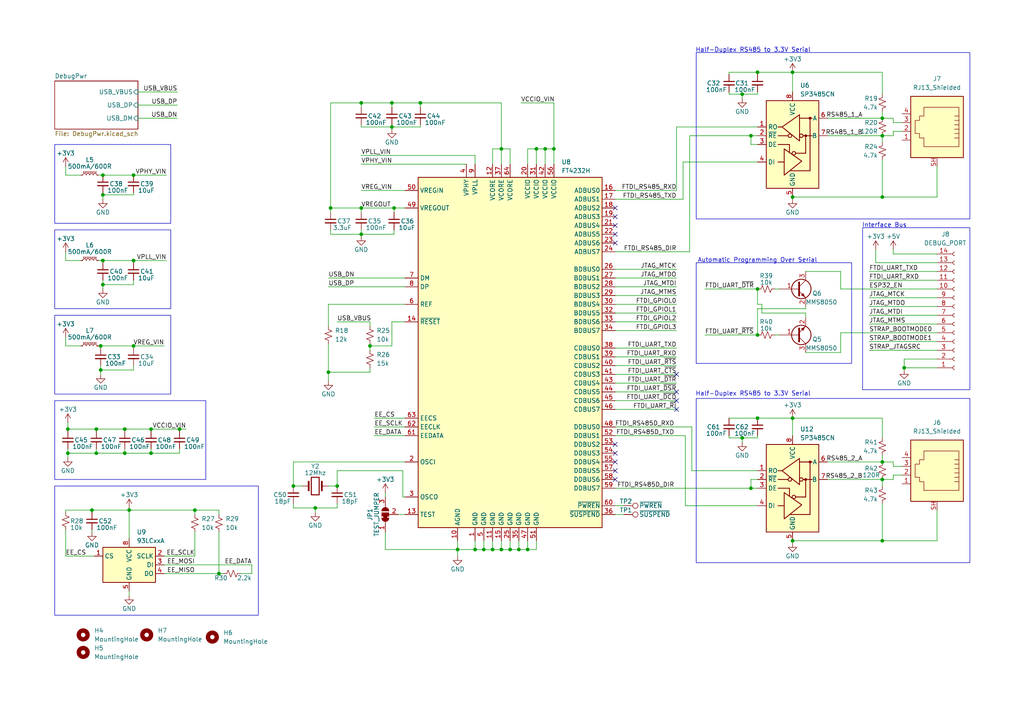
<source format=kicad_sch>
(kicad_sch (version 20250114) (generator "eeschema") (generator_version "9.0")
  (paper "A4")
  (title_block (title "HuffAndPuff") (rev "A1") (company "DanWave Design LLC.") (comment 1 "In Collaboration with MIF") (comment 2 "Design by: Daniel J Manla") (comment 3 "Open Source Hardware"))
  (lib_symbols
    (symbol "+3V3_1" (power) (pin_numbers (hide yes)) (pin_names (offset 0) (hide yes))
      (property "Value" "+3V3" (at 0 3.556 0))
      (symbol "+3V3_1_1_1"
        (pin power_in line (at 0 0 90) (length 0) (name "~") (number "1"))
      )
    )
    (symbol "Connector:Conn_01x14_Socket" (pin_names (offset 1.016) (hide yes))
      (property "Reference" "J" (at 0 17.78 0))
      (property "Value" "Conn_01x14_Socket" (at 0 -20.32 0))
      (symbol "Conn_01x14_Socket_1_1"
        (pin passive line (at -5.08 15.24 0) (length 3.81) (name "Pin_1") (number "1"))
        (pin passive line (at -5.08 12.7 0) (length 3.81) (name "Pin_2") (number "2"))
        (pin passive line (at -5.08 10.16 0) (length 3.81) (name "Pin_3") (number "3"))
        (pin passive line (at -5.08 7.62 0) (length 3.81) (name "Pin_4") (number "4"))
        (pin passive line (at -5.08 5.08 0) (length 3.81) (name "Pin_5") (number "5"))
        (pin passive line (at -5.08 2.54 0) (length 3.81) (name "Pin_6") (number "6"))
        (pin passive line (at -5.08 0 0) (length 3.81) (name "Pin_7") (number "7"))
        (pin passive line (at -5.08 -2.54 0) (length 3.81) (name "Pin_8") (number "8"))
        (pin passive line (at -5.08 -5.08 0) (length 3.81) (name "Pin_9") (number "9"))
        (pin passive line (at -5.08 -7.62 0) (length 3.81) (name "Pin_10") (number "10"))
        (pin passive line (at -5.08 -10.16 0) (length 3.81) (name "Pin_11") (number "11"))
        (pin passive line (at -5.08 -12.7 0) (length 3.81) (name "Pin_12") (number "12"))
        (pin passive line (at -5.08 -15.24 0) (length 3.81) (name "Pin_13") (number "13"))
        (pin passive line (at -5.08 -17.78 0) (length 3.81) (name "Pin_14") (number "14"))
      )
    )
    (symbol "Connector:RJ13_Shielded" (pin_names (offset 1.016))
      (property "Reference" "J" (at -5.08 11.43 0))
      (property "Value" "RJ13_Shielded" (at 2.54 11.43 0))
      (symbol "RJ13_Shielded_1_1"
        (pin passive line (at 0 -10.16 90) (length 2.54) (name "~") (number "SH"))
        (pin passive line (at 10.16 5.08 180) (length 2.54) (name "~") (number "4"))
        (pin passive line (at 10.16 2.54 180) (length 2.54) (name "~") (number "3"))
        (pin passive line (at 10.16 0 180) (length 2.54) (name "~") (number "2"))
        (pin passive line (at 10.16 -2.54 180) (length 2.54) (name "~") (number "1"))
      )
    )
    (symbol "Connector:TestPoint" (pin_numbers (hide yes)) (pin_names (offset 0.762) (hide yes))
      (property "Reference" "TP" (at 0 6.858 0))
      (property "Value" "TestPoint" (at 0 5.08 0))
      (symbol "TestPoint_1_1"
        (pin passive line (at 0 0 90) (length 2.54) (name "1") (number "1"))
      )
    )
    (symbol "Device:C_Small" (pin_numbers (hide yes)) (pin_names (offset 0.254) (hide yes))
      (property "Reference" "C" (at 0.254 1.778 0))
      (property "Value" "C_Small" (at 0.254 -2.032 0))
      (symbol "C_Small_1_1"
        (pin passive line (at 0 2.54 270) (length 2.032) (name "~") (number "1"))
        (pin passive line (at 0 -2.54 90) (length 2.032) (name "~") (number "2"))
      )
    )
    (symbol "Device:Crystal" (pin_numbers (hide yes)) (pin_names (offset 1.016) (hide yes))
      (property "Reference" "Y" (at 0 3.81 0))
      (property "Value" "Crystal" (at 0 -3.81 0))
      (symbol "Crystal_1_1"
        (pin passive line (at -3.81 0 0) (length 1.27) (name "1") (number "1"))
        (pin passive line (at 3.81 0 180) (length 1.27) (name "2") (number "2"))
      )
    )
    (symbol "Device:L_Ferrite_Small" (pin_numbers (hide yes)) (pin_names (offset 0.254) (hide yes))
      (property "Reference" "L" (at 1.27 1.016 0))
      (property "Value" "L_Ferrite_Small" (at 1.27 -1.27 0))
      (symbol "L_Ferrite_Small_1_1"
        (pin passive line (at 0 2.54 270) (length 0.508) (name "~") (number "1"))
        (pin passive line (at 0 -2.54 90) (length 0.508) (name "~") (number "2"))
      )
    )
    (symbol "Device:Q_NPN_BEC" (pin_names (offset 0) (hide yes))
      (property "Reference" "Q" (at 5.08 1.27 0))
      (property "Value" "Q_NPN_BEC" (at 5.08 -1.27 0))
      (symbol "Q_NPN_BEC_1_1"
        (pin input line (at -5.08 0 0) (length 5.715) (name "B") (number "1"))
        (pin passive line (at 2.54 5.08 270) (length 2.54) (name "C") (number "3"))
        (pin passive line (at 2.54 -5.08 90) (length 2.54) (name "E") (number "2"))
      )
    )
    (symbol "Device:R_Small_US" (pin_numbers (hide yes)) (pin_names (offset 0.254) (hide yes))
      (property "Reference" "R" (at 0.762 0.508 0))
      (property "Value" "R_Small_US" (at 0.762 -1.016 0))
      (symbol "R_Small_US_1_1"
        (pin passive line (at 0 2.54 270) (length 1.016) (name "~") (number "1"))
        (pin passive line (at 0 -2.54 90) (length 1.016) (name "~") (number "2"))
      )
    )
    (symbol "Interface_UART:SP3485CN"
      (property "Reference" "U" (at -7.62 13.97 0))
      (property "Value" "SP3485CN" (at 1.905 13.97 0))
      (symbol "SP3485CN_1_1"
        (pin output line (at -10.16 5.08 0) (length 2.54) (name "RO") (number "1"))
        (pin input line (at -10.16 2.54 0) (length 2.54) (name "~{RE}") (number "2"))
        (pin input line (at -10.16 0 0) (length 2.54) (name "DE") (number "3"))
        (pin input line (at -10.16 -5.08 0) (length 2.54) (name "DI") (number "4"))
        (pin power_in line (at 0 15.24 270) (length 2.54) (name "VCC") (number "8"))
        (pin power_in line (at 0 -15.24 90) (length 2.54) (name "GND") (number "5"))
        (pin bidirectional line (at 10.16 7.62 180) (length 2.54) (name "A") (number "6"))
        (pin bidirectional line (at 10.16 2.54 180) (length 2.54) (name "B") (number "7"))
      )
    )
    (symbol "Interface_USB:FT4232H"
      (property "Reference" "U" (at -26.67 53.34 0))
      (property "Value" "FT4232H" (at 19.05 53.34 0))
      (symbol "FT4232H_1_1"
        (pin power_in line (at -30.48 48.26 0) (length 3.81) (name "VREGIN") (number "50"))
        (pin power_out line (at -30.48 43.18 0) (length 3.81) (name "VREGOUT") (number "49"))
        (pin bidirectional line (at -30.48 22.86 0) (length 3.81) (name "DM") (number "7"))
        (pin bidirectional line (at -30.48 20.32 0) (length 3.81) (name "DP") (number "8"))
        (pin input line (at -30.48 15.24 0) (length 3.81) (name "REF") (number "6"))
        (pin input line (at -30.48 10.16 0) (length 3.81) (name "~{RESET}") (number "14"))
        (pin output line (at -30.48 -17.78 0) (length 3.81) (name "EECS") (number "63"))
        (pin output line (at -30.48 -20.32 0) (length 3.81) (name "EECLK") (number "62"))
        (pin bidirectional line (at -30.48 -22.86 0) (length 3.81) (name "EEDATA") (number "61"))
        (pin input line (at -30.48 -30.48 0) (length 3.81) (name "OSCI") (number "2"))
        (pin output line (at -30.48 -40.64 0) (length 3.81) (name "OSCO") (number "3"))
        (pin input line (at -30.48 -45.72 0) (length 3.81) (name "TEST") (number "13"))
        (pin power_in line (at -15.24 -53.34 90) (length 3.81) (name "AGND") (number "10"))
        (pin power_in line (at -12.7 55.88 270) (length 3.81) (name "VPHY") (number "4"))
        (pin power_in line (at -10.16 55.88 270) (length 3.81) (name "VPLL") (number "9"))
        (pin power_in line (at -10.16 -53.34 90) (length 3.81) (name "GND") (number "1"))
        (pin power_in line (at -7.62 -53.34 90) (length 3.81) (name "GND") (number "5"))
        (pin power_in line (at -5.08 55.88 270) (length 3.81) (name "VCORE") (number "12"))
        (pin power_in line (at -5.08 -53.34 90) (length 3.81) (name "GND") (number "11"))
        (pin power_in line (at -2.54 55.88 270) (length 3.81) (name "VCORE") (number "37"))
        (pin power_in line (at -2.54 -53.34 90) (length 3.81) (name "GND") (number "15"))
        (pin power_in line (at 0 55.88 270) (length 3.81) (name "VCORE") (number "64"))
        (pin power_in line (at 0 -53.34 90) (length 3.81) (name "GND") (number "25"))
        (pin power_in line (at 2.54 -53.34 90) (length 3.81) (name "GND") (number "35"))
        (pin power_in line (at 5.08 55.88 270) (length 3.81) (name "VCCIO") (number "20"))
        (pin power_in line (at 5.08 -53.34 90) (length 3.81) (name "GND") (number "47"))
        (pin power_in line (at 7.62 55.88 270) (length 3.81) (name "VCCIO") (number "31"))
        (pin power_in line (at 7.62 -53.34 90) (length 3.81) (name "GND") (number "51"))
        (pin power_in line (at 10.16 55.88 270) (length 3.81) (name "VCCIO") (number "42"))
        (pin power_in line (at 12.7 55.88 270) (length 3.81) (name "VCCIO") (number "56"))
        (pin bidirectional line (at 30.48 48.26 180) (length 3.81) (name "ADBUS0") (number "16"))
        (pin bidirectional line (at 30.48 45.72 180) (length 3.81) (name "ADBUS1") (number "17"))
        (pin bidirectional line (at 30.48 43.18 180) (length 3.81) (name "ADBUS2") (number "18"))
        (pin bidirectional line (at 30.48 40.64 180) (length 3.81) (name "ADBUS3") (number "19"))
        (pin bidirectional line (at 30.48 38.1 180) (length 3.81) (name "ADBUS4") (number "21"))
        (pin bidirectional line (at 30.48 35.56 180) (length 3.81) (name "ADBUS5") (number "22"))
        (pin bidirectional line (at 30.48 33.02 180) (length 3.81) (name "ADBUS6") (number "23"))
        (pin bidirectional line (at 30.48 30.48 180) (length 3.81) (name "ADBUS7") (number "24"))
        (pin bidirectional line (at 30.48 25.4 180) (length 3.81) (name "BDBUS0") (number "26"))
        (pin bidirectional line (at 30.48 22.86 180) (length 3.81) (name "BDBUS1") (number "27"))
        (pin bidirectional line (at 30.48 20.32 180) (length 3.81) (name "BDBUS2") (number "28"))
        (pin bidirectional line (at 30.48 17.78 180) (length 3.81) (name "BDBUS3") (number "29"))
        (pin bidirectional line (at 30.48 15.24 180) (length 3.81) (name "BDBUS4") (number "30"))
        (pin bidirectional line (at 30.48 12.7 180) (length 3.81) (name "BDBUS5") (number "32"))
        (pin bidirectional line (at 30.48 10.16 180) (length 3.81) (name "BDBUS6") (number "33"))
        (pin bidirectional line (at 30.48 7.62 180) (length 3.81) (name "BDBUS7") (number "34"))
        (pin bidirectional line (at 30.48 2.54 180) (length 3.81) (name "CDBUS0") (number "38"))
        (pin bidirectional line (at 30.48 0 180) (length 3.81) (name "CDBUS1") (number "39"))
        (pin bidirectional line (at 30.48 -2.54 180) (length 3.81) (name "CDBUS2") (number "40"))
        (pin bidirectional line (at 30.48 -5.08 180) (length 3.81) (name "CDBUS3") (number "41"))
        (pin bidirectional line (at 30.48 -7.62 180) (length 3.81) (name "CDBUS4") (number "43"))
        (pin bidirectional line (at 30.48 -10.16 180) (length 3.81) (name "CDBUS5") (number "44"))
        (pin bidirectional line (at 30.48 -12.7 180) (length 3.81) (name "CDBUS6") (number "45"))
        (pin bidirectional line (at 30.48 -15.24 180) (length 3.81) (name "CDBUS7") (number "46"))
        (pin bidirectional line (at 30.48 -20.32 180) (length 3.81) (name "DDBUS0") (number "48"))
        (pin bidirectional line (at 30.48 -22.86 180) (length 3.81) (name "DDBUS1") (number "52"))
        (pin bidirectional line (at 30.48 -25.4 180) (length 3.81) (name "DDBUS2") (number "53"))
        (pin bidirectional line (at 30.48 -27.94 180) (length 3.81) (name "DDBUS3") (number "54"))
        (pin bidirectional line (at 30.48 -30.48 180) (length 3.81) (name "DDBUS4") (number "55"))
        (pin bidirectional line (at 30.48 -33.02 180) (length 3.81) (name "DDBUS5") (number "57"))
        (pin bidirectional line (at 30.48 -35.56 180) (length 3.81) (name "DDBUS6") (number "58"))
        (pin bidirectional line (at 30.48 -38.1 180) (length 3.81) (name "DDBUS7") (number "59"))
        (pin output line (at 30.48 -43.18 180) (length 3.81) (name "~{PWREN}") (number "60"))
        (pin output line (at 30.48 -45.72 180) (length 3.81) (name "~{SUSPEND}") (number "36"))
      )
    )
    (symbol "Jumper:SolderJumper_3_Bridged12" (pin_names (offset 0) (hide yes)) (exclude_from_sim yes) (in_bom no)
      (property "Reference" "JP" (at -2.54 -2.54 0))
      (property "Value" "SolderJumper_3_Bridged12" (at 0 2.794 0))
      (symbol "SolderJumper_3_Bridged12_1_1"
        (pin passive line (at -5.08 0 0) (length 2.54) (name "A") (number "1"))
        (pin passive line (at 0 -3.81 90) (length 2.54) (name "C") (number "2"))
        (pin passive line (at 5.08 0 180) (length 2.54) (name "B") (number "3"))
      )
    )
    (symbol "Mechanical:MountingHole" (pin_names (offset 1.016)) (exclude_from_sim yes) (in_bom no)
      (property "Reference" "H" (at 0 5.08 0))
      (property "Value" "MountingHole" (at 0 3.175 0))
    )
    (symbol "Memory_EEPROM:93LCxxA"
      (property "Reference" "U" (at -7.62 6.35 0))
      (property "Value" "93LCxxA" (at 2.54 -6.35 0))
      (symbol "93LCxxA_1_1"
        (pin input line (at -10.16 2.54 0) (length 2.54) (name "CS") (number "1"))
        (pin no_connect line (at -7.62 0 0) (length 2.54) (hide yes) (name "NC") (number "6"))
        (pin no_connect line (at -7.62 -2.54 0) (length 2.54) (hide yes) (name "NC") (number "7"))
        (pin power_in line (at 0 7.62 270) (length 2.54) (name "VCC") (number "8"))
        (pin power_in line (at 0 -7.62 90) (length 2.54) (name "GND") (number "5"))
        (pin input line (at 10.16 2.54 180) (length 2.54) (name "SCLK") (number "2"))
        (pin input line (at 10.16 0 180) (length 2.54) (name "DI") (number "3"))
        (pin tri_state line (at 10.16 -2.54 180) (length 2.54) (name "DO") (number "4"))
      )
    )
    (symbol "power:+3.3V" (power) (pin_names (offset 0))
      (property "Value" "+3.3V" (at 0 3.556 0))
      (symbol "+3.3V_1_1"
        (pin power_in line (at 0 0 90) (length 0) (hide yes) (name "+3V3") (number "1"))
      )
    )
    (symbol "power:+3V3" (power) (pin_names (offset 0))
      (property "Value" "+3V3" (at 0 3.556 0))
      (symbol "+3V3_1_1"
        (pin power_in line (at 0 0 90) (length 0) (hide yes) (name "+3V3") (number "1"))
      )
    )
    (symbol "power:+5V" (power) (pin_numbers (hide yes)) (pin_names (offset 0) (hide yes))
      (property "Value" "+5V" (at 0 3.556 0))
      (symbol "+5V_1_1"
        (pin power_in line (at 0 0 90) (length 0) (name "~") (number "1"))
      )
    )
    (symbol "power:GND" (power) (pin_names (offset 0))
      (property "Value" "GND" (at 0 -3.81 0))
      (symbol "GND_1_1"
        (pin power_in line (at 0 0 270) (length 0) (hide yes) (name "GND") (number "1"))
      )
    )
  )
  (rectangle (start 201.93 76.2) (end 247.015 105.41))
  (rectangle (start 250.19 66.04) (end 281.305 113.03))
  (rectangle (start 15.875 140.97) (end 74.93 178.435))
  (rectangle (start 201.93 15.24) (end 281.305 63.5))
  (rectangle (start 15.875 91.44) (end 49.53 114.3))
  (rectangle (start 201.93 115.57) (end 281.305 163.195))
  (rectangle (start 15.875 116.205) (end 59.69 139.065))
  (rectangle (start 15.875 66.675) (end 49.53 89.535))
  (rectangle (start 15.875 41.91) (end 49.53 64.77))
  (text "Interface Bus" (at 256.54 65.405 0) (effects (font (size 1.27 1.27))))
  (text "Half-Duplex RS485 to 3.3V Serial" (at 218.44 114.3 0) (effects (font (size 1.27 1.27))))
  (text "Automatic Programming Over Serial" (at 219.71 75.565 0) (effects (font (size 1.27 1.27))))
  (text "Half-Duplex RS485 to 3.3V Serial" (at 218.44 14.605 0) (effects (font (size 1.27 1.27))))
  (junction (at 153.035 159.385))
  (junction (at 29.845 82.55))
  (junction (at 217.805 141.605))
  (junction (at 132.715 159.385))
  (junction (at 29.21 100.33))
  (junction (at 147.955 159.385))
  (junction (at 160.655 43.18))
  (junction (at 219.71 121.285))
  (junction (at 255.905 133.985))
  (junction (at 255.905 156.845))
  (junction (at 142.875 159.385))
  (junction (at 29.845 75.565))
  (junction (at 36.195 131.445))
  (junction (at 95.885 60.325))
  (junction (at 255.905 34.29))
  (junction (at 229.87 57.15))
  (junction (at 43.815 131.445))
  (junction (at 43.815 124.46))
  (junction (at 114.3 60.325))
  (junction (at 158.115 43.18))
  (junction (at 217.805 39.37))
  (junction (at 150.495 159.385))
  (junction (at 29.845 50.8))
  (junction (at 36.195 124.46))
  (junction (at 229.87 156.845))
  (junction (at 229.87 121.285))
  (junction (at 19.685 131.445))
  (junction (at 215.265 127))
  (junction (at 113.665 36.83))
  (junction (at 219.71 97.155))
  (junction (at 104.775 67.945))
  (junction (at 91.44 147.32))
  (junction (at 27.94 124.46))
  (junction (at 121.92 29.845))
  (junction (at 229.87 20.955))
  (junction (at 38.735 75.565))
  (junction (at 255.905 39.37))
  (junction (at 38.735 50.8))
  (junction (at 219.71 20.955))
  (junction (at 145.415 159.385))
  (junction (at 219.71 83.82))
  (junction (at 113.665 29.845))
  (junction (at 255.905 139.065))
  (junction (at 145.415 43.18))
  (junction (at 97.79 140.97))
  (junction (at 262.255 106.68))
  (junction (at 38.735 100.33))
  (junction (at 95.25 107.95))
  (junction (at 19.685 124.46))
  (junction (at 29.21 107.315))
  (junction (at 26.67 147.955))
  (junction (at 107.315 100.33))
  (junction (at 37.465 147.955))
  (junction (at 63.5 166.37))
  (junction (at 104.775 60.325))
  (junction (at 29.845 56.515))
  (junction (at 104.775 29.845))
  (junction (at 85.09 140.97))
  (junction (at 140.335 159.385))
  (junction (at 56.515 147.955))
  (junction (at 155.575 43.18))
  (junction (at 27.94 131.445))
  (junction (at 52.07 124.46))
  (junction (at 215.265 27.305))
  (junction (at 137.795 159.385))
  (junction (at 255.905 57.15))
  (no_connect (at 178.435 70.485))
  (no_connect (at 196.215 116.205))
  (no_connect (at 178.435 131.445))
  (no_connect (at 178.435 62.865))
  (no_connect (at 178.435 128.905))
  (no_connect (at 196.215 113.665))
  (no_connect (at 178.435 136.525))
  (no_connect (at 178.435 65.405))
  (no_connect (at 196.215 118.745))
  (no_connect (at 178.435 60.325))
  (no_connect (at 178.435 67.945))
  (no_connect (at 178.435 133.985))
  (no_connect (at 178.435 139.065))
  (no_connect (at 196.215 108.585))
  (wire (pts (xy 147.955 156.845) (xy 147.955 159.385)))
  (wire (pts (xy 233.68 90.805) (xy 220.98 90.805)))
  (wire (pts (xy 113.665 29.845) (xy 104.775 29.845)))
  (wire (pts (xy 262.255 106.68) (xy 271.78 106.68)))
  (wire (pts (xy 204.47 83.82) (xy 219.71 83.82)))
  (wire (pts (xy 178.435 100.965) (xy 196.215 100.965)))
  (wire (pts (xy 198.12 57.785) (xy 198.12 46.99)))
  (wire (pts (xy 95.885 60.325) (xy 95.885 61.595)))
  (wire (pts (xy 38.735 56.515) (xy 38.735 55.88)))
  (wire (pts (xy 47.625 166.37) (xy 63.5 166.37)))
  (wire (pts (xy 26.67 153.67) (xy 26.67 154.305)))
  (wire (pts (xy 38.735 100.33) (xy 38.735 100.965)))
  (wire (pts (xy 115.57 149.225) (xy 117.475 149.225)))
  (wire (pts (xy 240.03 34.29) (xy 255.905 34.29)))
  (wire (pts (xy 37.465 147.32) (xy 37.465 147.955)))
  (wire (pts (xy 178.435 80.645) (xy 196.215 80.645)))
  (wire (pts (xy 113.665 93.345) (xy 117.475 93.345)))
  (wire (pts (xy 198.755 146.685) (xy 219.71 146.685)))
  (wire (pts (xy 147.955 47.625) (xy 147.955 43.18)))
  (wire (pts (xy 259.08 139.065) (xy 259.08 137.795)))
  (wire (pts (xy 142.875 159.385) (xy 145.415 159.385)))
  (wire (pts (xy 108.585 123.825) (xy 117.475 123.825)))
  (wire (pts (xy 114.3 60.325) (xy 114.3 61.595)))
  (wire (pts (xy 121.92 29.845) (xy 121.92 31.115)))
  (wire (pts (xy 271.78 81.28) (xy 252.095 81.28)))
  (wire (pts (xy 233.68 102.235) (xy 243.84 102.235)))
  (wire (pts (xy 219.71 121.285) (xy 211.455 121.285)))
  (wire (pts (xy 198.755 126.365) (xy 198.755 146.685)))
  (wire (pts (xy 19.05 50.8) (xy 23.495 50.8)))
  (wire (pts (xy 95.25 107.95) (xy 107.315 107.95)))
  (wire (pts (xy 233.68 78.74) (xy 243.84 78.74)))
  (wire (pts (xy 47.625 161.29) (xy 56.515 161.29)))
  (wire (pts (xy 104.775 36.83) (xy 113.665 36.83)))
  (wire (pts (xy 142.875 156.845) (xy 142.875 159.385)))
  (wire (pts (xy 43.815 124.46) (xy 43.815 125.095)))
  (wire (pts (xy 215.265 127) (xy 215.265 128.27)))
  (wire (pts (xy 69.85 166.37) (xy 73.025 166.37)))
  (wire (pts (xy 200.025 73.025) (xy 200.025 39.37)))
  (wire (pts (xy 85.09 147.32) (xy 91.44 147.32)))
  (wire (pts (xy 217.805 41.91) (xy 217.805 39.37)))
  (wire (pts (xy 142.875 47.625) (xy 142.875 43.18)))
  (wire (pts (xy 29.845 82.55) (xy 29.845 83.82)))
  (wire (pts (xy 36.195 130.175) (xy 36.195 131.445)))
  (wire (pts (xy 211.455 127) (xy 211.455 126.365)))
  (wire (pts (xy 219.71 127) (xy 215.265 127)))
  (wire (pts (xy 255.905 156.845) (xy 271.78 156.845)))
  (wire (pts (xy 29.845 75.565) (xy 29.845 76.2)))
  (wire (pts (xy 219.71 126.365) (xy 219.71 127)))
  (wire (pts (xy 243.84 83.82) (xy 271.78 83.82)))
  (wire (pts (xy 219.71 26.67) (xy 219.71 27.305)))
  (wire (pts (xy 259.08 34.29) (xy 259.08 35.56)))
  (wire (pts (xy 56.515 147.955) (xy 56.515 149.225)))
  (wire (pts (xy 233.68 88.9) (xy 233.68 89.535)))
  (wire (pts (xy 198.12 46.99) (xy 219.71 46.99)))
  (wire (pts (xy 145.415 156.845) (xy 145.415 159.385)))
  (wire (pts (xy 19.05 97.79) (xy 19.05 100.33)))
  (wire (pts (xy 104.775 66.675) (xy 104.775 67.945)))
  (wire (pts (xy 255.905 146.05) (xy 255.905 156.845)))
  (wire (pts (xy 255.905 57.15) (xy 271.78 57.15)))
  (wire (pts (xy 215.265 27.305) (xy 211.455 27.305)))
  (wire (pts (xy 178.435 116.205) (xy 196.215 116.205)))
  (wire (pts (xy 229.87 20.955) (xy 255.905 20.955)))
  (wire (pts (xy 19.05 147.955) (xy 19.05 148.59)))
  (wire (pts (xy 229.87 121.285) (xy 219.71 121.285)))
  (wire (pts (xy 271.78 88.9) (xy 252.095 88.9)))
  (wire (pts (xy 145.415 159.385) (xy 147.955 159.385)))
  (wire (pts (xy 29.845 50.8) (xy 38.735 50.8)))
  (wire (pts (xy 219.71 89.535) (xy 233.68 89.535)))
  (wire (pts (xy 132.715 159.385) (xy 132.715 161.29)))
  (wire (pts (xy 271.78 86.36) (xy 252.095 86.36)))
  (wire (pts (xy 153.035 47.625) (xy 153.035 43.18)))
  (wire (pts (xy 37.465 147.955) (xy 56.515 147.955)))
  (wire (pts (xy 178.435 126.365) (xy 198.755 126.365)))
  (wire (pts (xy 52.07 124.46) (xy 53.975 124.46)))
  (wire (pts (xy 140.335 156.845) (xy 140.335 159.385)))
  (wire (pts (xy 56.515 154.305) (xy 56.515 161.29)))
  (wire (pts (xy 178.435 85.725) (xy 196.215 85.725)))
  (wire (pts (xy 233.68 92.075) (xy 233.68 90.805)))
  (wire (pts (xy 27.94 130.175) (xy 27.94 131.445)))
  (wire (pts (xy 29.21 107.315) (xy 29.21 108.585)))
  (wire (pts (xy 153.035 43.18) (xy 155.575 43.18)))
  (wire (pts (xy 200.66 136.525) (xy 219.71 136.525)))
  (wire (pts (xy 91.44 147.32) (xy 97.79 147.32)))
  (wire (pts (xy 63.5 166.37) (xy 63.5 154.305)))
  (wire (pts (xy 29.845 56.515) (xy 29.845 57.785)))
  (wire (pts (xy 255.905 133.985) (xy 240.03 133.985)))
  (wire (pts (xy 114.3 60.325) (xy 117.475 60.325)))
  (wire (pts (xy 121.92 36.83) (xy 121.92 36.195)))
  (wire (pts (xy 178.435 55.245) (xy 196.215 55.245)))
  (wire (pts (xy 155.575 43.18) (xy 155.575 47.625)))
  (wire (pts (xy 178.435 95.885) (xy 196.215 95.885)))
  (wire (pts (xy 38.735 75.565) (xy 48.26 75.565)))
  (wire (pts (xy 196.215 36.83) (xy 219.71 36.83)))
  (wire (pts (xy 28.575 50.8) (xy 29.845 50.8)))
  (wire (pts (xy 26.67 147.955) (xy 19.05 147.955)))
  (wire (pts (xy 178.435 103.505) (xy 196.215 103.505)))
  (wire (pts (xy 104.775 67.945) (xy 114.3 67.945)))
  (wire (pts (xy 229.87 20.955) (xy 229.87 26.67)))
  (wire (pts (xy 271.78 93.98) (xy 252.095 93.98)))
  (wire (pts (xy 200.66 123.825) (xy 200.66 136.525)))
  (wire (pts (xy 211.455 20.955) (xy 211.455 21.59)))
  (wire (pts (xy 178.435 141.605) (xy 217.805 141.605)))
  (wire (pts (xy 111.76 142.875) (xy 111.76 144.145)))
  (wire (pts (xy 271.78 78.74) (xy 252.095 78.74)))
  (wire (pts (xy 271.78 91.44) (xy 252.095 91.44)))
  (wire (pts (xy 104.775 36.195) (xy 104.775 36.83)))
  (wire (pts (xy 95.885 60.325) (xy 95.885 29.845)))
  (wire (pts (xy 104.775 29.845) (xy 104.775 31.115)))
  (wire (pts (xy 63.5 147.955) (xy 63.5 149.225)))
  (wire (pts (xy 153.035 156.845) (xy 153.035 159.385)))
  (wire (pts (xy 271.78 99.06) (xy 252.095 99.06)))
  (wire (pts (xy 52.07 131.445) (xy 52.07 130.175)))
  (wire (pts (xy 28.575 100.33) (xy 29.21 100.33)))
  (wire (pts (xy 97.79 140.97) (xy 97.79 136.525)))
  (wire (pts (xy 224.79 83.82) (xy 226.06 83.82)))
  (wire (pts (xy 117.475 88.265) (xy 95.25 88.265)))
  (wire (pts (xy 63.5 166.37) (xy 64.77 166.37)))
  (wire (pts (xy 19.05 100.33) (xy 23.495 100.33)))
  (wire (pts (xy 271.78 104.14) (xy 262.255 104.14)))
  (wire (pts (xy 116.84 144.145) (xy 116.84 136.525)))
  (wire (pts (xy 27.94 124.46) (xy 27.94 125.095)))
  (wire (pts (xy 178.435 111.125) (xy 196.215 111.125)))
  (wire (pts (xy 215.265 27.305) (xy 215.265 28.575)))
  (wire (pts (xy 271.78 57.15) (xy 271.78 48.26)))
  (wire (pts (xy 107.315 93.345) (xy 107.315 94.615)))
  (wire (pts (xy 19.05 153.67) (xy 19.05 161.29)))
  (wire (pts (xy 87.63 140.97) (xy 85.09 140.97)))
  (wire (pts (xy 29.21 100.33) (xy 29.21 100.965)))
  (wire (pts (xy 219.71 141.605) (xy 217.805 141.605)))
  (wire (pts (xy 104.775 47.625) (xy 135.255 47.625)))
  (wire (pts (xy 259.08 39.37) (xy 259.08 38.1)))
  (wire (pts (xy 255.905 46.355) (xy 255.905 57.15)))
  (wire (pts (xy 219.71 27.305) (xy 215.265 27.305)))
  (wire (pts (xy 262.255 106.68) (xy 262.255 107.315)))
  (wire (pts (xy 204.47 97.155) (xy 219.71 97.155)))
  (wire (pts (xy 224.79 97.155) (xy 226.06 97.155)))
  (wire (pts (xy 150.495 159.385) (xy 153.035 159.385)))
  (wire (pts (xy 158.115 47.625) (xy 158.115 43.18)))
  (wire (pts (xy 240.03 39.37) (xy 255.905 39.37)))
  (wire (pts (xy 220.98 88.265) (xy 220.98 90.805)))
  (wire (pts (xy 29.845 82.55) (xy 38.735 82.55)))
  (wire (pts (xy 217.805 141.605) (xy 217.805 139.065)))
  (wire (pts (xy 26.67 148.59) (xy 26.67 147.955)))
  (wire (pts (xy 259.08 133.985) (xy 259.08 135.255)))
  (wire (pts (xy 255.905 34.29) (xy 259.08 34.29)))
  (wire (pts (xy 37.465 147.955) (xy 37.465 156.21)))
  (wire (pts (xy 47.625 163.83) (xy 73.025 163.83)))
  (wire (pts (xy 160.655 47.625) (xy 160.655 43.18)))
  (wire (pts (xy 271.78 73.66) (xy 259.08 73.66)))
  (wire (pts (xy 155.575 43.18) (xy 158.115 43.18)))
  (wire (pts (xy 40.005 26.67) (xy 51.435 26.67)))
  (wire (pts (xy 255.905 121.285) (xy 255.905 127)))
  (wire (pts (xy 91.44 147.32) (xy 91.44 148.59)))
  (wire (pts (xy 108.585 126.365) (xy 117.475 126.365)))
  (wire (pts (xy 178.435 88.265) (xy 196.215 88.265)))
  (wire (pts (xy 121.92 29.845) (xy 113.665 29.845)))
  (wire (pts (xy 43.815 124.46) (xy 52.07 124.46)))
  (wire (pts (xy 95.25 83.185) (xy 117.475 83.185)))
  (wire (pts (xy 153.035 159.385) (xy 155.575 159.385)))
  (wire (pts (xy 97.79 93.345) (xy 107.315 93.345)))
  (wire (pts (xy 19.05 75.565) (xy 23.495 75.565)))
  (wire (pts (xy 107.315 100.33) (xy 113.665 100.33)))
  (wire (pts (xy 19.05 48.26) (xy 19.05 50.8)))
  (wire (pts (xy 255.905 156.845) (xy 229.87 156.845)))
  (wire (pts (xy 255.905 133.985) (xy 259.08 133.985)))
  (wire (pts (xy 107.315 99.695) (xy 107.315 100.33)))
  (wire (pts (xy 140.335 159.385) (xy 142.875 159.385)))
  (wire (pts (xy 145.415 43.18) (xy 145.415 47.625)))
  (wire (pts (xy 155.575 159.385) (xy 155.575 156.845)))
  (wire (pts (xy 29.21 106.045) (xy 29.21 107.315)))
  (wire (pts (xy 38.735 107.315) (xy 38.735 106.045)))
  (wire (pts (xy 73.025 163.83) (xy 73.025 166.37)))
  (wire (pts (xy 19.685 124.46) (xy 27.94 124.46)))
  (wire (pts (xy 255.905 139.065) (xy 240.03 139.065)))
  (wire (pts (xy 95.25 80.645) (xy 117.475 80.645)))
  (wire (pts (xy 178.435 123.825) (xy 200.66 123.825)))
  (wire (pts (xy 243.84 96.52) (xy 243.84 102.235)))
  (wire (pts (xy 200.025 39.37) (xy 217.805 39.37)))
  (wire (pts (xy 255.905 20.955) (xy 255.905 27.305)))
  (wire (pts (xy 178.435 90.805) (xy 196.215 90.805)))
  (wire (pts (xy 19.685 130.175) (xy 19.685 131.445)))
  (wire (pts (xy 36.195 124.46) (xy 43.815 124.46)))
  (wire (pts (xy 27.94 131.445) (xy 36.195 131.445)))
  (wire (pts (xy 259.08 38.1) (xy 261.62 38.1)))
  (wire (pts (xy 160.655 29.845) (xy 160.655 43.18)))
  (wire (pts (xy 95.25 140.97) (xy 97.79 140.97)))
  (wire (pts (xy 43.815 130.175) (xy 43.815 131.445)))
  (wire (pts (xy 219.71 20.955) (xy 211.455 20.955)))
  (wire (pts (xy 178.435 78.105) (xy 196.215 78.105)))
  (wire (pts (xy 113.665 36.83) (xy 121.92 36.83)))
  (wire (pts (xy 262.255 104.14) (xy 262.255 106.68)))
  (wire (pts (xy 178.435 108.585) (xy 196.215 108.585)))
  (wire (pts (xy 29.845 81.28) (xy 29.845 82.55)))
  (wire (pts (xy 229.87 121.285) (xy 229.87 126.365)))
  (wire (pts (xy 95.885 29.845) (xy 104.775 29.845)))
  (wire (pts (xy 113.665 29.845) (xy 113.665 31.115)))
  (wire (pts (xy 104.775 60.325) (xy 95.885 60.325)))
  (wire (pts (xy 178.435 57.785) (xy 198.12 57.785)))
  (wire (pts (xy 111.76 154.305) (xy 111.76 159.385)))
  (wire (pts (xy 178.435 106.045) (xy 196.215 106.045)))
  (wire (pts (xy 160.655 43.18) (xy 158.115 43.18)))
  (wire (pts (xy 111.76 159.385) (xy 132.715 159.385)))
  (wire (pts (xy 104.775 45.085) (xy 137.795 45.085)))
  (wire (pts (xy 259.08 135.255) (xy 261.62 135.255)))
  (wire (pts (xy 243.84 83.82) (xy 243.84 78.74)))
  (wire (pts (xy 196.215 55.245) (xy 196.215 36.83)))
  (wire (pts (xy 28.575 75.565) (xy 29.845 75.565)))
  (wire (pts (xy 107.315 107.95) (xy 107.315 106.68)))
  (wire (pts (xy 95.885 66.675) (xy 95.885 67.945)))
  (wire (pts (xy 19.05 161.29) (xy 27.305 161.29)))
  (wire (pts (xy 38.735 82.55) (xy 38.735 81.28)))
  (wire (pts (xy 137.795 45.085) (xy 137.795 47.625)))
  (wire (pts (xy 26.67 147.955) (xy 37.465 147.955)))
  (wire (pts (xy 178.435 118.745) (xy 196.215 118.745)))
  (wire (pts (xy 145.415 29.845) (xy 121.92 29.845)))
  (wire (pts (xy 104.775 60.325) (xy 104.775 61.595)))
  (wire (pts (xy 178.435 113.665) (xy 196.215 113.665)))
  (wire (pts (xy 95.25 88.265) (xy 95.25 94.615)))
  (wire (pts (xy 104.775 60.325) (xy 114.3 60.325)))
  (wire (pts (xy 132.715 156.845) (xy 132.715 159.385)))
  (wire (pts (xy 38.735 50.8) (xy 48.26 50.8)))
  (wire (pts (xy 114.3 67.945) (xy 114.3 66.675)))
  (wire (pts (xy 29.21 107.315) (xy 38.735 107.315)))
  (wire (pts (xy 43.815 131.445) (xy 52.07 131.445)))
  (wire (pts (xy 254 76.2) (xy 254 72.39)))
  (wire (pts (xy 229.87 57.15) (xy 229.87 57.785)))
  (wire (pts (xy 255.905 39.37) (xy 259.08 39.37)))
  (wire (pts (xy 219.71 20.955) (xy 219.71 21.59)))
  (wire (pts (xy 229.87 156.845) (xy 229.87 157.48)))
  (wire (pts (xy 85.09 146.05) (xy 85.09 147.32)))
  (wire (pts (xy 219.71 41.91) (xy 217.805 41.91)))
  (wire (pts (xy 255.905 57.15) (xy 229.87 57.15)))
  (wire (pts (xy 97.79 136.525) (xy 116.84 136.525)))
  (wire (pts (xy 40.005 34.29) (xy 51.435 34.29)))
  (wire (pts (xy 259.08 35.56) (xy 261.62 35.56)))
  (wire (pts (xy 215.265 127) (xy 211.455 127)))
  (wire (pts (xy 104.775 67.945) (xy 104.775 68.58)))
  (wire (pts (xy 142.875 43.18) (xy 145.415 43.18)))
  (wire (pts (xy 137.795 159.385) (xy 140.335 159.385)))
  (wire (pts (xy 19.05 73.025) (xy 19.05 75.565)))
  (wire (pts (xy 255.905 139.065) (xy 255.905 140.97)))
  (wire (pts (xy 37.465 171.45) (xy 37.465 172.72)))
  (wire (pts (xy 104.775 55.245) (xy 117.475 55.245)))
  (wire (pts (xy 219.71 83.82) (xy 219.71 88.265)))
  (wire (pts (xy 19.685 131.445) (xy 27.94 131.445)))
  (wire (pts (xy 271.78 101.6) (xy 252.095 101.6)))
  (wire (pts (xy 52.07 124.46) (xy 52.07 125.095)))
  (wire (pts (xy 113.665 100.33) (xy 113.665 93.345)))
  (wire (pts (xy 56.515 147.955) (xy 63.5 147.955)))
  (wire (pts (xy 27.94 124.46) (xy 36.195 124.46)))
  (wire (pts (xy 107.315 100.33) (xy 107.315 101.6)))
  (wire (pts (xy 97.79 147.32) (xy 97.79 146.05)))
  (wire (pts (xy 108.585 121.285) (xy 117.475 121.285)))
  (wire (pts (xy 255.905 32.385) (xy 255.905 34.29)))
  (wire (pts (xy 132.715 159.385) (xy 137.795 159.385)))
  (wire (pts (xy 255.905 39.37) (xy 255.905 41.275)))
  (wire (pts (xy 219.71 139.065) (xy 217.805 139.065)))
  (wire (pts (xy 85.09 133.985) (xy 85.09 140.97)))
  (wire (pts (xy 147.955 43.18) (xy 145.415 43.18)))
  (wire (pts (xy 151.13 29.845) (xy 160.655 29.845)))
  (wire (pts (xy 178.435 73.025) (xy 200.025 73.025)))
  (wire (pts (xy 178.435 149.225) (xy 180.975 149.225)))
  (wire (pts (xy 117.475 144.145) (xy 116.84 144.145)))
  (wire (pts (xy 38.735 100.33) (xy 47.625 100.33)))
  (wire (pts (xy 29.845 55.88) (xy 29.845 56.515)))
  (wire (pts (xy 271.78 156.845) (xy 271.78 147.955)))
  (wire (pts (xy 271.78 76.2) (xy 254 76.2)))
  (wire (pts (xy 259.08 73.66) (xy 259.08 72.39)))
  (wire (pts (xy 178.435 146.685) (xy 180.975 146.685)))
  (wire (pts (xy 19.685 131.445) (xy 19.685 132.715)))
  (wire (pts (xy 40.005 30.48) (xy 51.435 30.48)))
  (wire (pts (xy 38.735 75.565) (xy 38.735 76.2)))
  (wire (pts (xy 211.455 27.305) (xy 211.455 26.67)))
  (wire (pts (xy 259.08 137.795) (xy 261.62 137.795)))
  (wire (pts (xy 85.09 133.985) (xy 117.475 133.985)))
  (wire (pts (xy 229.87 20.955) (xy 219.71 20.955)))
  (wire (pts (xy 29.21 100.33) (xy 38.735 100.33)))
  (wire (pts (xy 178.435 83.185) (xy 196.215 83.185)))
  (wire (pts (xy 137.795 156.845) (xy 137.795 159.385)))
  (wire (pts (xy 178.435 93.345) (xy 196.215 93.345)))
  (wire (pts (xy 219.71 89.535) (xy 219.71 97.155)))
  (wire (pts (xy 229.87 121.285) (xy 255.905 121.285)))
  (wire (pts (xy 147.955 159.385) (xy 150.495 159.385)))
  (wire (pts (xy 145.415 29.845) (xy 145.415 43.18)))
  (wire (pts (xy 95.25 107.95) (xy 95.25 99.695)))
  (wire (pts (xy 29.845 75.565) (xy 38.735 75.565)))
  (wire (pts (xy 255.905 132.08) (xy 255.905 133.985)))
  (wire (pts (xy 219.71 39.37) (xy 217.805 39.37)))
  (wire (pts (xy 113.665 36.83) (xy 113.665 37.465)))
  (wire (pts (xy 113.665 36.195) (xy 113.665 36.83)))
  (wire (pts (xy 219.71 88.265) (xy 220.98 88.265)))
  (wire (pts (xy 36.195 124.46) (xy 36.195 125.095)))
  (wire (pts (xy 19.685 122.555) (xy 19.685 124.46)))
  (wire (pts (xy 19.685 125.095) (xy 19.685 124.46)))
  (wire (pts (xy 243.84 96.52) (xy 271.78 96.52)))
  (wire (pts (xy 255.905 139.065) (xy 259.08 139.065)))
  (wire (pts (xy 95.885 67.945) (xy 104.775 67.945)))
  (wire (pts (xy 150.495 156.845) (xy 150.495 159.385)))
  (wire (pts (xy 95.25 107.95) (xy 95.25 110.49)))
  (wire (pts (xy 36.195 131.445) (xy 43.815 131.445)))
  (wire (pts (xy 29.845 56.515) (xy 38.735 56.515)))
  (label "FTDI_UART_~{RTS}" (at 196.215 106.045 180))
  (label "STRAP_JTAGSRC" (at 252.095 101.6 0))
  (label "FTDI_UART_~{RTS}" (at 204.47 97.155 0))
  (label "VREGOUT" (at 104.775 60.325 0))
  (label "FTDI_RS485_DIR" (at 196.215 73.025 180))
  (label "VCCIO_VIN" (at 53.975 124.46 180))
  (label "USB_DN" (at 95.25 80.645 0))
  (label "FTDI_UART_TXD" (at 252.095 78.74 0))
  (label "EE_MOSI" (at 56.515 163.83 180))
  (label "RS485_1_A" (at 250.19 34.29 180))
  (label "VREG_VIN" (at 47.625 100.33 180))
  (label "FTDI_GPIOL0" (at 196.215 88.265 180))
  (label "FTDI_RS485_TXD" (at 196.215 57.785 180))
  (label "JTAG_MTDO" (at 252.095 88.9 0))
  (label "FTDI_GPIOL2" (at 196.215 93.345 180))
  (label "FTDI_RS485D_TXD" (at 195.58 126.365 180))
  (label "USB_DN" (at 51.435 34.29 180))
  (label "USB_DP" (at 95.25 83.185 0))
  (label "FTDI_GPIOL1" (at 196.215 90.805 180))
  (label "JTAG_MTDI" (at 196.215 83.185 180))
  (label "USB_DP" (at 51.435 30.48 180))
  (label "JTAG_MTCK" (at 196.215 78.105 180))
  (label "EE_CS" (at 108.585 121.285 0))
  (label "EE_MISO" (at 56.515 166.37 180))
  (label "VPLL_VIN" (at 104.775 45.085 0))
  (label "EE_DATA" (at 73.025 163.83 180))
  (label "FTDI_UART_~{DCD}" (at 196.215 116.205 180))
  (label "JTAG_MTMS" (at 252.095 93.98 0))
  (label "JTAG_MTMS" (at 196.215 85.725 180))
  (label "FTDI_UART_RXD" (at 252.095 81.28 0))
  (label "FTDI_RS485D_DIR" (at 195.58 141.605 180))
  (label "VREG_VIN" (at 104.775 55.245 0))
  (label "VPLL_VIN" (at 48.26 75.565 180))
  (label "FTDI_UART_~{CTS}" (at 196.215 108.585 180))
  (label "RS485_1_B" (at 250.19 39.37 180))
  (label "RS485_2_B" (at 250.19 139.065 180))
  (label "FTDI_UART_~{RI}" (at 196.215 118.745 180))
  (label "USB_VBUS" (at 51.435 26.67 180))
  (label "EE_DATA" (at 108.585 126.365 0))
  (label "JTAG_MTCK" (at 252.095 86.36 0))
  (label "EE_SCLK" (at 56.515 161.29 180))
  (label "JTAG_MTDI" (at 252.095 91.44 0))
  (label "VCCIO_VIN" (at 151.13 29.845 0))
  (label "VPHY_VIN" (at 48.26 50.8 180))
  (label "FTDI_RS485D_RXD" (at 195.58 123.825 180))
  (label "FTDI_UART_~{DTR}" (at 204.47 83.82 0))
  (label "FTDI_UART_TXD" (at 196.215 100.965 180))
  (label "EE_CS" (at 19.05 161.29 0))
  (label "STRAP_BOOTMODE1" (at 252.095 99.06 0))
  (label "FTDI_RS485_RXD" (at 196.215 55.245 180))
  (label "JTAG_MTDO" (at 196.215 80.645 180))
  (label "FTDI_UART_RXD" (at 196.215 103.505 180))
  (label "RS485_2_A" (at 250.19 133.985 180))
  (label "FTDI_UART_~{DTR}" (at 196.215 111.125 180))
  (label "ESP32_EN" (at 252.095 83.82 0))
  (label "FTDI_GPIOL3" (at 196.215 95.885 180))
  (label "VPHY_VIN" (at 104.775 47.625 0))
  (label "EE_SCLK" (at 108.585 123.825 0))
  (label "STRAP_BOOTMODE0" (at 252.095 96.52 0))
  (label "FTDI_UART_~{DSR}" (at 196.215 113.665 180))
  (label "USB_VBUS" (at 97.79 93.345 0))
  (symbol (lib_name "+3V3_1") (lib_id "power:+3V3") (at 19.05 48.26 0) (unit 1)
    (property "Reference" "#PWR034" (effects (hide yes)))
    (property "Value" "+3V3" (at 19.05 44.45 0))
    (property "Description" "Power symbol creates a global label with name \"+3V3\"" (effects (hide yes)))
  )
  (symbol (lib_id "Device:R_Small_US") (at 19.05 151.13 0) (unit 1)
    (property "Reference" "R28" (at 20.32 151.13 0) (effects (justify left)))
    (property "Value" "10k" (at 20.32 153.035 0) (effects (justify left)))
    (property "Footprint" "Inductor_SMD:L_0402_1005Metric_Pad0.77x0.64mm_HandSolder" (effects (hide yes)))
    (property "Description" "Resistor, small US symbol" (effects (hide yes)))
  )
  (symbol (lib_id "Device:R_Small_US") (at 255.905 43.815 0) (mirror x) (unit 1)
    (property "Reference" "R24" (at 254.635 42.545 0) (effects (justify right)))
    (property "Value" "4.7k" (at 254.635 45.085 0) (effects (justify right)))
    (property "Footprint" "Resistor_SMD:R_0402_1005Metric_Pad0.72x0.64mm_HandSolder" (effects (hide yes)))
  )
  (symbol (lib_id "power:GND") (at 91.44 148.59 0) (mirror y) (unit 1)
    (property "Reference" "#PWR043" (effects (hide yes)))
    (property "Value" "GND" (at 91.44 152.4 0))
  )
  (symbol (lib_id "power:GND") (at 262.255 107.315 0) (mirror y) (unit 1)
    (property "Reference" "#PWR024" (effects (hide yes)))
    (property "Value" "GND" (at 262.255 111.125 0))
  )
  (symbol (lib_name "+3V3_1") (lib_id "power:+3V3") (at 111.76 142.875 0) (unit 1)
    (property "Reference" "#PWR042" (effects (hide yes)))
    (property "Value" "+3V3" (at 111.76 139.065 0))
    (property "Description" "Power symbol creates a global label with name \"+3V3\"" (effects (hide yes)))
  )
  (symbol (lib_id "Device:L_Ferrite_Small") (at 26.035 50.8 90) (unit 1)
    (property "Reference" "L5" (at 26.035 46.355 90))
    (property "Value" "500mA/600R" (at 26.035 48.26 90))
    (property "Footprint" "Inductor_SMD:L_0603_1608Metric_Pad1.05x0.95mm_HandSolder" (effects (hide yes)))
    (property "Description" "Inductor with ferrite core, small symbol" (effects (hide yes)))
  )
  (symbol (lib_id "power:GND") (at 132.715 161.29 0) (mirror y) (unit 1)
    (property "Reference" "#PWR041" (effects (hide yes)))
    (property "Value" "GND" (at 132.715 165.1 0))
  )
  (symbol (lib_id "power:GND") (at 29.845 83.82 0) (mirror y) (unit 1)
    (property "Reference" "#PWR036" (effects (hide yes)))
    (property "Value" "GND" (at 29.845 87.63 0))
  )
  (symbol (lib_id "power:GND") (at 104.775 68.58 0) (mirror y) (unit 1)
    (property "Reference" "#PWR032" (effects (hide yes)))
    (property "Value" "GND" (at 104.775 72.39 0))
  )
  (symbol (lib_id "Device:C_Small") (at 113.665 33.655 0) (unit 1)
    (property "Reference" "C43" (at 115.57 33.655 0) (effects (justify left)))
    (property "Value" "100nF" (at 114.935 35.56 0) (effects (justify left)))
    (property "Footprint" "Capacitor_SMD:C_0402_1005Metric_Pad0.74x0.62mm_HandSolder" (effects (hide yes)))
    (property "Description" "Unpolarized capacitor, small symbol" (effects (hide yes)))
  )
  (symbol (lib_name "+3V3_1") (lib_id "power:+3V3") (at 19.05 73.025 0) (unit 1)
    (property "Reference" "#PWR035" (effects (hide yes)))
    (property "Value" "+3V3" (at 19.05 69.215 0))
    (property "Description" "Power symbol creates a global label with name \"+3V3\"" (effects (hide yes)))
  )
  (symbol (lib_id "power:GND") (at 29.21 108.585 0) (mirror y) (unit 1)
    (property "Reference" "#PWR031" (effects (hide yes)))
    (property "Value" "GND" (at 29.21 112.395 0))
  )
  (symbol (lib_id "Device:R_Small_US") (at 222.25 83.82 90) (unit 1)
    (property "Reference" "R39" (at 222.25 80.01 90))
    (property "Value" "10k" (at 222.25 81.915 90))
    (property "Footprint" "Inductor_SMD:L_0402_1005Metric_Pad0.77x0.64mm_HandSolder" (effects (hide yes)))
    (property "Description" "Resistor, small US symbol" (effects (hide yes)))
  )
  (symbol (lib_id "Device:R_Small_US") (at 255.905 143.51 0) (mirror x) (unit 1)
    (property "Reference" "R43" (at 254.635 142.24 0) (effects (justify right)))
    (property "Value" "4.7k" (at 254.635 144.78 0) (effects (justify right)))
    (property "Footprint" "Resistor_SMD:R_0402_1005Metric_Pad0.72x0.64mm_HandSolder" (effects (hide yes)))
  )
  (symbol (lib_name "+3V3_1") (lib_id "power:+3V3") (at 19.685 122.555 0) (unit 1)
    (property "Reference" "#PWR039" (effects (hide yes)))
    (property "Value" "+3V3" (at 19.685 118.745 0))
    (property "Description" "Power symbol creates a global label with name \"+3V3\"" (effects (hide yes)))
  )
  (symbol (lib_id "Connector:RJ13_Shielded") (at 271.78 137.795 0) (mirror y) (unit 1)
    (property "Reference" "J6" (at 271.78 122.555 0))
    (property "Value" "RJ13_Shielded" (at 271.78 125.095 0))
    (property "Footprint" "Connector_RJ:RJ14_Connfly_DS1133-S4_Horizontal" (effects (hide yes)))
    (property "Description" "RJ connector, 6P4C (6 positions 4 connected), Shielded" (effects (hide yes)))
  )
  (symbol (lib_id "Device:C_Small") (at 121.92 33.655 0) (unit 1)
    (property "Reference" "C44" (at 123.825 33.655 0) (effects (justify left)))
    (property "Value" "100nF" (at 123.19 35.56 0) (effects (justify left)))
    (property "Footprint" "Capacitor_SMD:C_0402_1005Metric_Pad0.74x0.62mm_HandSolder" (effects (hide yes)))
    (property "Description" "Unpolarized capacitor, small symbol" (effects (hide yes)))
  )
  (symbol (lib_id "Mechanical:MountingHole") (at 61.595 184.785 0) (unit 1) (exclude_from_sim yes) (in_bom no)
    (property "Reference" "H6" (at 64.77 183.5149 0) (effects (justify left)))
    (property "Value" "MountingHole" (at 64.77 186.0549 0) (effects (justify left)))
    (property "Footprint" "MountingHole:MountingHole_2.2mm_M2_ISO7380" (effects (hide yes)))
    (property "Description" "Mounting Hole without connection" (effects (hide yes)))
  )
  (symbol (lib_id "Device:Q_NPN_BEC") (at 231.14 97.155 0) (mirror x) (unit 1)
    (property "Reference" "Q5" (at 235.585 98.425 0) (effects (justify left)))
    (property "Value" "MMS8050" (at 233.68 100.965 0) (effects (justify left)))
    (property "Footprint" "Package_TO_SOT_SMD:SOT-23-3" (effects (hide yes)))
    (property "Description" "NPN transistor, base/emitter/collector" (effects (hide yes)))
  )
  (symbol (lib_id "Device:R_Small_US") (at 255.905 129.54 0) (mirror x) (unit 1)
    (property "Reference" "R41" (at 254.635 128.27 0) (effects (justify right)))
    (property "Value" "4.7k" (at 254.635 130.81 0) (effects (justify right)))
    (property "Footprint" "Resistor_SMD:R_0402_1005Metric_Pad0.72x0.64mm_HandSolder" (effects (hide yes)))
  )
  (symbol (lib_id "Connector:TestPoint") (at 180.975 146.685 270) (unit 1)
    (property "Reference" "TP2" (at 179.705 145.415 90) (effects (justify left)))
    (property "Value" "~{PWREN}" (at 185.42 146.685 90) (effects (justify left)))
    (property "Footprint" "TestPoint:TestPoint_Pad_1.5x1.5mm" (effects (hide yes)))
    (property "Description" "test point" (effects (hide yes)))
  )
  (symbol (lib_id "power:GND") (at 95.25 110.49 0) (mirror y) (unit 1)
    (property "Reference" "#PWR051" (effects (hide yes)))
    (property "Value" "GND" (at 95.25 114.3 0))
  )
  (symbol (lib_id "Connector:RJ13_Shielded") (at 271.78 38.1 0) (mirror y) (unit 1)
    (property "Reference" "J7" (at 271.78 22.86 0))
    (property "Value" "RJ13_Shielded" (at 271.78 25.4 0))
    (property "Footprint" "Connector_RJ:RJ14_Connfly_DS1133-S4_Horizontal" (effects (hide yes)))
    (property "Description" "RJ connector, 6P4C (6 positions 4 connected), Shielded" (effects (hide yes)))
  )
  (symbol (lib_id "Device:L_Ferrite_Small") (at 26.035 100.33 90) (unit 1)
    (property "Reference" "L7" (at 26.035 95.885 90))
    (property "Value" "500mA/600R" (at 26.035 97.79 90))
    (property "Footprint" "Inductor_SMD:L_0603_1608Metric_Pad1.05x0.95mm_HandSolder" (effects (hide yes)))
    (property "Description" "Inductor with ferrite core, small symbol" (effects (hide yes)))
  )
  (symbol (lib_id "power:+3V3") (at 254 72.39 0) (mirror y) (unit 1)
    (property "Reference" "#PWR023" (effects (hide yes)))
    (property "Value" "+3V3" (at 254 68.58 0))
  )
  (symbol (lib_id "Device:R_Small_US") (at 56.515 151.765 0) (unit 1)
    (property "Reference" "R27" (at 58.42 150.4949 0) (effects (justify left)))
    (property "Value" "10k" (at 58.42 153.0349 0) (effects (justify left)))
    (property "Footprint" "Inductor_SMD:L_0402_1005Metric_Pad0.77x0.64mm_HandSolder" (effects (hide yes)))
    (property "Description" "Resistor, small US symbol" (effects (hide yes)))
  )
  (symbol (lib_id "power:+3.3V") (at 229.87 20.955 0) (mirror y) (unit 1)
    (property "Reference" "#PWR028" (effects (hide yes)))
    (property "Value" "+3V3" (at 229.87 17.145 0))
  )
  (symbol (lib_id "Device:R_Small_US") (at 255.905 29.845 0) (mirror x) (unit 1)
    (property "Reference" "R19" (at 254.635 28.575 0) (effects (justify right)))
    (property "Value" "4.7k" (at 254.635 31.115 0) (effects (justify right)))
    (property "Footprint" "Resistor_SMD:R_0402_1005Metric_Pad0.72x0.64mm_HandSolder" (effects (hide yes)))
  )
  (symbol (lib_id "power:GND") (at 26.67 154.305 0) (mirror y) (unit 1)
    (property "Reference" "#PWR046" (effects (hide yes)))
    (property "Value" "GND" (at 26.67 158.115 0))
  )
  (symbol (lib_id "power:GND") (at 37.465 172.72 0) (mirror y) (unit 1)
    (property "Reference" "#PWR044" (effects (hide yes)))
    (property "Value" "GND" (at 37.465 176.53 0))
  )
  (symbol (lib_id "Jumper:SolderJumper_3_Bridged12") (at 111.76 149.225 90) (unit 1) (exclude_from_sim yes) (in_bom no)
    (property "Reference" "JP1" (at 107.315 149.225 0))
    (property "Value" "TEST_JUMPER" (at 109.22 149.225 0))
    (property "Footprint" "Jumper:SolderJumper-3_P1.3mm_Bridged12_RoundedPad1.0x1.5mm" (effects (hide yes)))
    (property "Description" "3-pole Solder Jumper, pins 1+2 closed/bridged" (effects (hide yes)))
  )
  (symbol (lib_id "Interface_UART:SP3485CN") (at 229.87 41.91 0) (unit 1)
    (property "Reference" "U6" (at 232.0641 24.765 0) (effects (justify left)))
    (property "Value" "SP3485CN" (at 232.0641 27.305 0) (effects (justify left)))
    (property "Footprint" "Package_SO:SOIC-8_3.9x4.9mm_P1.27mm" (effects (hide yes)))
    (property "Datasheet" "http://www.icbase.com/pdf/SPX/SPX00480106.pdf" (effects (hide yes)))
    (property "Description" "3.3V Low Power Half-Duplex RS-485 Transceiver 10Mbps, SOIC-8" (effects (hide yes)))
  )
  (symbol (lib_id "Device:C_Small") (at 38.735 53.34 0) (unit 1)
    (property "Reference" "C39" (at 40.64 53.34 0) (effects (justify left)))
    (property "Value" "10uF" (at 40.005 55.245 0) (effects (justify left)))
    (property "Footprint" "Capacitor_SMD:C_0603_1608Metric_Pad1.08x0.95mm_HandSolder" (effects (hide yes)))
    (property "Description" "Unpolarized capacitor, small symbol" (effects (hide yes)))
  )
  (symbol (lib_id "Device:C_Small") (at 104.775 33.655 0) (unit 1)
    (property "Reference" "C42" (at 106.68 33.655 0) (effects (justify left)))
    (property "Value" "100nF" (at 106.045 35.56 0) (effects (justify left)))
    (property "Footprint" "Capacitor_SMD:C_0402_1005Metric_Pad0.74x0.62mm_HandSolder" (effects (hide yes)))
    (property "Description" "Unpolarized capacitor, small symbol" (effects (hide yes)))
  )
  (symbol (lib_id "Device:C_Small") (at 36.195 127.635 0) (unit 1)
    (property "Reference" "C46" (at 38.1 127.635 0) (effects (justify left)))
    (property "Value" "100nF" (at 37.465 129.54 0) (effects (justify left)))
    (property "Footprint" "Capacitor_SMD:C_0402_1005Metric_Pad0.74x0.62mm_HandSolder" (effects (hide yes)))
    (property "Description" "Unpolarized capacitor, small symbol" (effects (hide yes)))
  )
  (symbol (lib_id "power:GND") (at 229.87 157.48 0) (mirror y) (unit 1)
    (property "Reference" "#PWR055" (effects (hide yes)))
    (property "Value" "GND" (at 229.87 161.29 0))
  )
  (symbol (lib_id "Connector:Conn_01x14_Socket") (at 276.86 91.44 0) (mirror x) (unit 1)
    (property "Reference" "J8" (at 273.05 67.945 0) (effects (justify left)))
    (property "Value" "DEBUG_PORT" (at 267.97 70.485 0) (effects (justify left)))
    (property "Footprint" "Connector_FFC-FPC:TE_1-1734839-4_1x14-1MP_P0.5mm_Horizontal" (effects (hide yes)))
    (property "Description" "Generic connector, single row, 01x14, script generated" (effects (hide yes)))
  )
  (symbol (lib_id "Device:Q_NPN_BEC") (at 231.14 83.82 0) (unit 1)
    (property "Reference" "Q6" (at 235.585 85.09 0) (effects (justify left)))
    (property "Value" "MMS8050" (at 233.68 87.63 0) (effects (justify left)))
    (property "Footprint" "Package_TO_SOT_SMD:SOT-23-3" (effects (hide yes)))
    (property "Description" "NPN transistor, base/emitter/collector" (effects (hide yes)))
  )
  (symbol (lib_id "power:GND") (at 29.845 57.785 0) (mirror y) (unit 1)
    (property "Reference" "#PWR033" (effects (hide yes)))
    (property "Value" "GND" (at 29.845 61.595 0))
  )
  (symbol (lib_id "Device:C_Small") (at 27.94 127.635 0) (unit 1)
    (property "Reference" "C47" (at 29.845 127.635 0) (effects (justify left)))
    (property "Value" "100nF" (at 29.21 129.54 0) (effects (justify left)))
    (property "Footprint" "Capacitor_SMD:C_0402_1005Metric_Pad0.74x0.62mm_HandSolder" (effects (hide yes)))
    (property "Description" "Unpolarized capacitor, small symbol" (effects (hide yes)))
  )
  (symbol (lib_id "Device:C_Small") (at 29.845 53.34 0) (unit 1)
    (property "Reference" "C38" (at 31.75 53.34 0) (effects (justify left)))
    (property "Value" "100nF" (at 31.115 55.245 0) (effects (justify left)))
    (property "Footprint" "Capacitor_SMD:C_0402_1005Metric_Pad0.74x0.62mm_HandSolder" (effects (hide yes)))
    (property "Description" "Unpolarized capacitor, small symbol" (effects (hide yes)))
  )
  (symbol (lib_id "power:GND") (at 113.665 37.465 0) (mirror y) (unit 1)
    (property "Reference" "#PWR038" (effects (hide yes)))
    (property "Value" "GND" (at 113.665 41.275 0))
  )
  (symbol (lib_id "power:GND") (at 215.265 128.27 0) (mirror y) (unit 1)
    (property "Reference" "#PWR053" (effects (hide yes)))
    (property "Value" "GND" (at 215.265 132.08 0))
  )
  (symbol (lib_id "Mechanical:MountingHole") (at 24.13 189.23 0) (unit 1) (exclude_from_sim yes) (in_bom no)
    (property "Reference" "H5" (at 27.305 187.9599 0) (effects (justify left)))
    (property "Value" "MountingHole" (at 27.305 190.4999 0) (effects (justify left)))
    (property "Footprint" "MountingHole:MountingHole_2.2mm_M2_ISO7380" (effects (hide yes)))
    (property "Description" "Mounting Hole without connection" (effects (hide yes)))
  )
  (symbol (lib_id "Device:C_Small") (at 43.815 127.635 0) (unit 1)
    (property "Reference" "C48" (at 45.72 127.635 0) (effects (justify left)))
    (property "Value" "100nF" (at 45.085 129.54 0) (effects (justify left)))
    (property "Footprint" "Capacitor_SMD:C_0402_1005Metric_Pad0.74x0.62mm_HandSolder" (effects (hide yes)))
    (property "Description" "Unpolarized capacitor, small symbol" (effects (hide yes)))
  )
  (symbol (lib_id "power:+3.3V") (at 229.87 121.285 0) (mirror y) (unit 1)
    (property "Reference" "#PWR054" (effects (hide yes)))
    (property "Value" "+3V3" (at 229.87 117.475 0))
  )
  (symbol (lib_id "Device:C_Small") (at 19.685 127.635 0) (unit 1)
    (property "Reference" "C45" (at 21.59 127.635 0) (effects (justify left)))
    (property "Value" "100nF" (at 20.955 129.54 0) (effects (justify left)))
    (property "Footprint" "Capacitor_SMD:C_0402_1005Metric_Pad0.74x0.62mm_HandSolder" (effects (hide yes)))
    (property "Description" "Unpolarized capacitor, small symbol" (effects (hide yes)))
  )
  (symbol (lib_id "Device:C_Small") (at 211.455 24.13 0) (mirror y) (unit 1)
    (property "Reference" "C32" (at 208.915 24.13 0) (effects (justify left)))
    (property "Value" "100nF" (at 210.82 26.035 0) (effects (justify left)))
    (property "Footprint" "Capacitor_SMD:C_0402_1005Metric_Pad0.74x0.62mm_HandSolder" (effects (hide yes)))
    (property "Description" "Unpolarized capacitor, small symbol" (effects (hide yes)))
  )
  (symbol (lib_id "Device:R_Small_US") (at 255.905 136.525 0) (mirror x) (unit 1)
    (property "Reference" "R42" (at 254.635 135.89 0) (effects (justify right)))
    (property "Value" "120R" (at 255.27 137.795 0) (effects (justify right)))
    (property "Footprint" "Resistor_SMD:R_0805_2012Metric_Pad1.20x1.40mm_HandSolder" (effects (hide yes)))
  )
  (symbol (lib_id "Device:R_Small_US") (at 63.5 151.765 0) (unit 1)
    (property "Reference" "R29" (at 65.405 150.4949 0) (effects (justify left)))
    (property "Value" "10k" (at 65.405 153.0349 0) (effects (justify left)))
    (property "Footprint" "Inductor_SMD:L_0402_1005Metric_Pad0.77x0.64mm_HandSolder" (effects (hide yes)))
    (property "Description" "Resistor, small US symbol" (effects (hide yes)))
  )
  (symbol (lib_id "Device:C_Small") (at 114.3 64.135 0) (unit 1)
    (property "Reference" "C36" (at 116.205 64.135 0) (effects (justify left)))
    (property "Value" "10uF" (at 115.57 66.04 0) (effects (justify left)))
    (property "Footprint" "Capacitor_SMD:C_0603_1608Metric_Pad1.08x0.95mm_HandSolder" (effects (hide yes)))
    (property "Description" "Unpolarized capacitor, small symbol" (effects (hide yes)))
  )
  (symbol (lib_id "Interface_USB:FT4232H") (at 147.955 103.505 0) (unit 1)
    (property "Reference" "U8" (at 162.8491 46.99 0) (effects (justify left)))
    (property "Value" "FT4232H" (at 162.8491 49.53 0) (effects (justify left)))
    (property "Footprint" "Package_DFN_QFN:QFN-64-1EP_8x8mm_P0.4mm_EP6.5x6.5mm" (effects (hide yes)))
    (property "Datasheet" "https://www.ftdichip.com/Support/Documents/DataSheets/ICs/DS_FT4232H.pdf" (effects (hide yes)))
    (property "Description" "Hi Speed Quad Channel USB UART/FIFO, LQFP/QFN-64" (effects (hide yes)))
  )
  (symbol (lib_id "Mechanical:MountingHole") (at 24.13 184.15 0) (unit 1) (exclude_from_sim yes) (in_bom no)
    (property "Reference" "H4" (at 27.305 182.8799 0) (effects (justify left)))
    (property "Value" "MountingHole" (at 27.305 185.4199 0) (effects (justify left)))
    (property "Footprint" "MountingHole:MountingHole_2.2mm_M2_ISO7380" (effects (hide yes)))
    (property "Description" "Mounting Hole without connection" (effects (hide yes)))
  )
  (symbol (lib_id "Device:C_Small") (at 26.67 151.13 0) (unit 1)
    (property "Reference" "C52" (at 28.575 151.13 0) (effects (justify left)))
    (property "Value" "100nF" (at 27.94 153.035 0) (effects (justify left)))
    (property "Footprint" "Capacitor_SMD:C_0402_1005Metric_Pad0.74x0.62mm_HandSolder" (effects (hide yes)))
    (property "Description" "Unpolarized capacitor, small symbol" (effects (hide yes)))
  )
  (symbol (lib_name "+3V3_1") (lib_id "power:+3V3") (at 19.05 97.79 0) (unit 1)
    (property "Reference" "#PWR037" (effects (hide yes)))
    (property "Value" "+3V3" (at 19.05 93.98 0))
    (property "Description" "Power symbol creates a global label with name \"+3V3\"" (effects (hide yes)))
  )
  (symbol (lib_id "power:GND") (at 19.685 132.715 0) (mirror y) (unit 1)
    (property "Reference" "#PWR040" (effects (hide yes)))
    (property "Value" "GND" (at 19.685 136.525 0))
  )
  (symbol (lib_id "Device:R_Small_US") (at 95.25 97.155 0) (unit 1)
    (property "Reference" "R18" (at 97.155 95.8849 0) (effects (justify left)))
    (property "Value" "12k" (at 97.155 98.4249 0) (effects (justify left)))
    (property "Footprint" "Inductor_SMD:L_0402_1005Metric_Pad0.77x0.64mm_HandSolder" (effects (hide yes)))
    (property "Description" "Resistor, small US symbol" (effects (hide yes)))
  )
  (symbol (lib_id "Device:C_Small") (at 29.845 78.74 0) (unit 1)
    (property "Reference" "C40" (at 31.75 78.74 0) (effects (justify left)))
    (property "Value" "100nF" (at 31.115 80.645 0) (effects (justify left)))
    (property "Footprint" "Capacitor_SMD:C_0402_1005Metric_Pad0.74x0.62mm_HandSolder" (effects (hide yes)))
    (property "Description" "Unpolarized capacitor, small symbol" (effects (hide yes)))
  )
  (symbol (lib_id "Memory_EEPROM:93LCxxA") (at 37.465 163.83 0) (unit 1)
    (property "Reference" "U9" (at 39.6591 154.305 0) (effects (justify left)))
    (property "Value" "93LCxxA" (at 39.6591 156.845 0) (effects (justify left)))
    (property "Footprint" "Package_DFN_QFN:DFN-8_2x2mm_P0.5mm" (effects (hide yes)))
    (property "Datasheet" "http://ww1.microchip.com/downloads/en/DeviceDoc/20001749K.pdf" (effects (hide yes)))
    (property "Description" "Serial EEPROM, 93 Series, 2.5V, DIP-8/SOIC-8" (effects (hide yes)))
  )
  (symbol (lib_id "Device:L_Ferrite_Small") (at 26.035 75.565 90) (unit 1)
    (property "Reference" "L6" (at 26.035 71.12 90))
    (property "Value" "500mA/600R" (at 26.035 73.025 90))
    (property "Footprint" "Inductor_SMD:L_0603_1608Metric_Pad1.05x0.95mm_HandSolder" (effects (hide yes)))
    (property "Description" "Inductor with ferrite core, small symbol" (effects (hide yes)))
  )
  (symbol (lib_id "Device:C_Small") (at 219.71 24.13 0) (mirror y) (unit 1)
    (property "Reference" "C31" (at 217.17 24.13 0) (effects (justify left)))
    (property "Value" "100nF" (at 219.075 26.035 0) (effects (justify left)))
    (property "Footprint" "Capacitor_SMD:C_0402_1005Metric_Pad0.74x0.62mm_HandSolder" (effects (hide yes)))
    (property "Description" "Unpolarized capacitor, small symbol" (effects (hide yes)))
  )
  (symbol (lib_id "Device:C_Small") (at 38.735 78.74 0) (unit 1)
    (property "Reference" "C41" (at 40.64 78.74 0) (effects (justify left)))
    (property "Value" "10uF" (at 40.005 80.645 0) (effects (justify left)))
    (property "Footprint" "Capacitor_SMD:C_0603_1608Metric_Pad1.08x0.95mm_HandSolder" (effects (hide yes)))
    (property "Description" "Unpolarized capacitor, small symbol" (effects (hide yes)))
  )
  (symbol (lib_id "Device:Crystal") (at 91.44 140.97 0) (unit 1)
    (property "Reference" "Y2" (at 91.44 135.255 0))
    (property "Value" "12Mhz" (at 91.44 137.16 0))
    (property "Footprint" "Crystal:Crystal_SMD_3215-2Pin_3.2x1.5mm" (effects (hide yes)))
    (property "Description" "Two pin crystal" (effects (hide yes)))
  )
  (symbol (lib_id "Device:C_Small") (at 52.07 127.635 0) (unit 1)
    (property "Reference" "C49" (at 53.975 127.635 0) (effects (justify left)))
    (property "Value" "100nF" (at 53.34 129.54 0) (effects (justify left)))
    (property "Footprint" "Capacitor_SMD:C_0402_1005Metric_Pad0.74x0.62mm_HandSolder" (effects (hide yes)))
    (property "Description" "Unpolarized capacitor, small symbol" (effects (hide yes)))
  )
  (symbol (lib_id "Device:C_Small") (at 85.09 143.51 180) (unit 1)
    (property "Reference" "C50" (at 83.185 143.51 0) (effects (justify left)))
    (property "Value" "18pF" (at 84.455 145.415 0) (effects (justify left)))
    (property "Footprint" "Capacitor_SMD:C_0402_1005Metric_Pad0.74x0.62mm_HandSolder" (effects (hide yes)))
    (property "Description" "Unpolarized capacitor, small symbol" (effects (hide yes)))
  )
  (symbol (lib_id "power:GND") (at 215.265 28.575 0) (mirror y) (unit 1)
    (property "Reference" "#PWR030" (effects (hide yes)))
    (property "Value" "GND" (at 215.265 32.385 0))
  )
  (symbol (lib_id "Device:C_Small") (at 211.455 123.825 0) (mirror y) (unit 1)
    (property "Reference" "C61" (at 208.915 123.825 0) (effects (justify left)))
    (property "Value" "100nF" (at 210.82 125.73 0) (effects (justify left)))
    (property "Footprint" "Capacitor_SMD:C_0402_1005Metric_Pad0.74x0.62mm_HandSolder" (effects (hide yes)))
    (property "Description" "Unpolarized capacitor, small symbol" (effects (hide yes)))
  )
  (symbol (lib_id "Device:C_Small") (at 104.775 64.135 0) (unit 1)
    (property "Reference" "C35" (at 106.68 64.135 0) (effects (justify left)))
    (property "Value" "100nF" (at 106.045 66.04 0) (effects (justify left)))
    (property "Footprint" "Capacitor_SMD:C_0402_1005Metric_Pad0.74x0.62mm_HandSolder" (effects (hide yes)))
    (property "Description" "Unpolarized capacitor, small symbol" (effects (hide yes)))
  )
  (symbol (lib_id "Device:R_Small_US") (at 107.315 104.14 0) (unit 1)
    (property "Reference" "R26" (at 109.22 102.8699 0) (effects (justify left)))
    (property "Value" "15k" (at 109.22 105.4099 0) (effects (justify left)))
    (property "Footprint" "Inductor_SMD:L_0402_1005Metric_Pad0.77x0.64mm_HandSolder" (effects (hide yes)))
    (property "Description" "Resistor, small US symbol" (effects (hide yes)))
  )
  (symbol (lib_id "Device:C_Small") (at 29.21 103.505 0) (unit 1)
    (property "Reference" "C33" (at 31.115 103.505 0) (effects (justify left)))
    (property "Value" "100nF" (at 30.48 105.41 0) (effects (justify left)))
    (property "Footprint" "Capacitor_SMD:C_0402_1005Metric_Pad0.74x0.62mm_HandSolder" (effects (hide yes)))
    (property "Description" "Unpolarized capacitor, small symbol" (effects (hide yes)))
  )
  (symbol (lib_name "+3V3_1") (lib_id "power:+3V3") (at 37.465 147.32 0) (unit 1)
    (property "Reference" "#PWR045" (effects (hide yes)))
    (property "Value" "+3V3" (at 37.465 143.51 0))
    (property "Description" "Power symbol creates a global label with name \"+3V3\"" (effects (hide yes)))
  )
  (symbol (lib_id "Device:C_Small") (at 97.79 143.51 0) (unit 1)
    (property "Reference" "C51" (at 99.695 143.51 0) (effects (justify left)))
    (property "Value" "18pF" (at 99.06 145.415 0) (effects (justify left)))
    (property "Footprint" "Capacitor_SMD:C_0402_1005Metric_Pad0.74x0.62mm_HandSolder" (effects (hide yes)))
    (property "Description" "Unpolarized capacitor, small symbol" (effects (hide yes)))
  )
  (symbol (lib_id "Device:C_Small") (at 219.71 123.825 0) (mirror y) (unit 1)
    (property "Reference" "C62" (at 217.17 123.825 0) (effects (justify left)))
    (property "Value" "100nF" (at 219.075 125.73 0) (effects (justify left)))
    (property "Footprint" "Capacitor_SMD:C_0402_1005Metric_Pad0.74x0.62mm_HandSolder" (effects (hide yes)))
    (property "Description" "Unpolarized capacitor, small symbol" (effects (hide yes)))
  )
  (symbol (lib_id "Device:R_Small_US") (at 67.31 166.37 90) (unit 1)
    (property "Reference" "R30" (at 66.04 167.64 90) (effects (justify left)))
    (property "Value" "2.2k" (at 73.025 167.64 90) (effects (justify left)))
    (property "Footprint" "Inductor_SMD:L_0402_1005Metric_Pad0.77x0.64mm_HandSolder" (effects (hide yes)))
    (property "Description" "Resistor, small US symbol" (effects (hide yes)))
  )
  (symbol (lib_id "Interface_UART:SP3485CN") (at 229.87 141.605 0) (unit 1)
    (property "Reference" "U12" (at 232.0641 124.46 0) (effects (justify left)))
    (property "Value" "SP3485CN" (at 232.0641 127 0) (effects (justify left)))
    (property "Footprint" "Package_SO:SOIC-8_3.9x4.9mm_P1.27mm" (effects (hide yes)))
    (property "Datasheet" "http://www.icbase.com/pdf/SPX/SPX00480106.pdf" (effects (hide yes)))
    (property "Description" "3.3V Low Power Half-Duplex RS-485 Transceiver 10Mbps, SOIC-8" (effects (hide yes)))
  )
  (symbol (lib_id "power:+5V") (at 259.08 72.39 0) (mirror y) (unit 1)
    (property "Reference" "#PWR022" (effects (hide yes)))
    (property "Value" "+5V" (at 259.08 68.58 0))
    (property "Description" "Power symbol creates a global label with name \"+5V\"" (effects (hide yes)))
  )
  (symbol (lib_id "power:GND") (at 229.87 57.785 0) (mirror y) (unit 1)
    (property "Reference" "#PWR029" (effects (hide yes)))
    (property "Value" "GND" (at 229.87 61.595 0))
  )
  (symbol (lib_id "Device:R_Small_US") (at 255.905 36.83 0) (mirror x) (unit 1)
    (property "Reference" "R20" (at 254.635 35.56 0) (effects (justify right)))
    (property "Value" "120R" (at 254.635 38.1 0) (effects (justify right)))
    (property "Footprint" "Resistor_SMD:R_0805_2012Metric_Pad1.20x1.40mm_HandSolder" (effects (hide yes)))
  )
  (symbol (lib_id "Device:R_Small_US") (at 222.25 97.155 90) (unit 1)
    (property "Reference" "R40" (at 222.25 93.345 90))
    (property "Value" "10k" (at 222.25 95.25 90))
    (property "Footprint" "Inductor_SMD:L_0402_1005Metric_Pad0.77x0.64mm_HandSolder" (effects (hide yes)))
    (property "Description" "Resistor, small US symbol" (effects (hide yes)))
  )
  (symbol (lib_id "Device:C_Small") (at 95.885 64.135 0) (unit 1)
    (property "Reference" "C37" (at 97.79 64.135 0) (effects (justify left)))
    (property "Value" "3.3uF" (at 96.52 66.04 0) (effects (justify left)))
    (property "Footprint" "Capacitor_SMD:C_0603_1608Metric_Pad1.08x0.95mm_HandSolder" (effects (hide yes)))
    (property "Description" "Unpolarized capacitor, small symbol" (effects (hide yes)))
  )
  (symbol (lib_id "Mechanical:MountingHole") (at 42.545 184.15 0) (unit 1) (exclude_from_sim yes) (in_bom no)
    (property "Reference" "H7" (at 45.72 182.8799 0) (effects (justify left)))
    (property "Value" "MountingHole" (at 45.72 185.4199 0) (effects (justify left)))
    (property "Footprint" "MountingHole:MountingHole_2.2mm_M2_ISO7380" (effects (hide yes)))
    (property "Description" "Mounting Hole without connection" (effects (hide yes)))
  )
  (symbol (lib_id "Connector:TestPoint") (at 180.975 149.225 270) (unit 1)
    (property "Reference" "TP1" (at 179.705 147.955 90) (effects (justify left)))
    (property "Value" "~{SUSPEND}" (at 185.42 149.225 90) (effects (justify left)))
    (property "Footprint" "TestPoint:TestPoint_Pad_1.5x1.5mm" (effects (hide yes)))
    (property "Description" "test point" (effects (hide yes)))
  )
  (symbol (lib_id "Device:C_Small") (at 38.735 103.505 0) (unit 1)
    (property "Reference" "C34" (at 40.64 103.505 0) (effects (justify left)))
    (property "Value" "10uF" (at 40.005 105.41 0) (effects (justify left)))
    (property "Footprint" "Capacitor_SMD:C_0603_1608Metric_Pad1.08x0.95mm_HandSolder" (effects (hide yes)))
    (property "Description" "Unpolarized capacitor, small symbol" (effects (hide yes)))
  )
  (symbol (lib_id "Device:R_Small_US") (at 107.315 97.155 0) (unit 1)
    (property "Reference" "R25" (at 109.22 95.8849 0) (effects (justify left)))
    (property "Value" "10k" (at 109.22 98.4249 0) (effects (justify left)))
    (property "Footprint" "Inductor_SMD:L_0402_1005Metric_Pad0.77x0.64mm_HandSolder" (effects (hide yes)))
    (property "Description" "Resistor, small US symbol" (effects (hide yes)))
  )
  (sheet (at 15.875 23.495) (size 24.13 13.97) (stroke (width 0.1524))
    (property "Sheetname" "DebugPwr" (at 15.875 22.7834 0) (effects (justify left bottom)))
    (property "Sheetfile" "DebugPwr.kicad_sch" (at 15.875 38.0496 0) (effects (justify left top)))
    (pin "USB_DP" input (at 40.005 30.48 0))
    (pin "USB_DM" input (at 40.005 34.29 0))
    (pin "USB_VBUS" input (at 40.005 26.67 0))
  )
)
</source>
